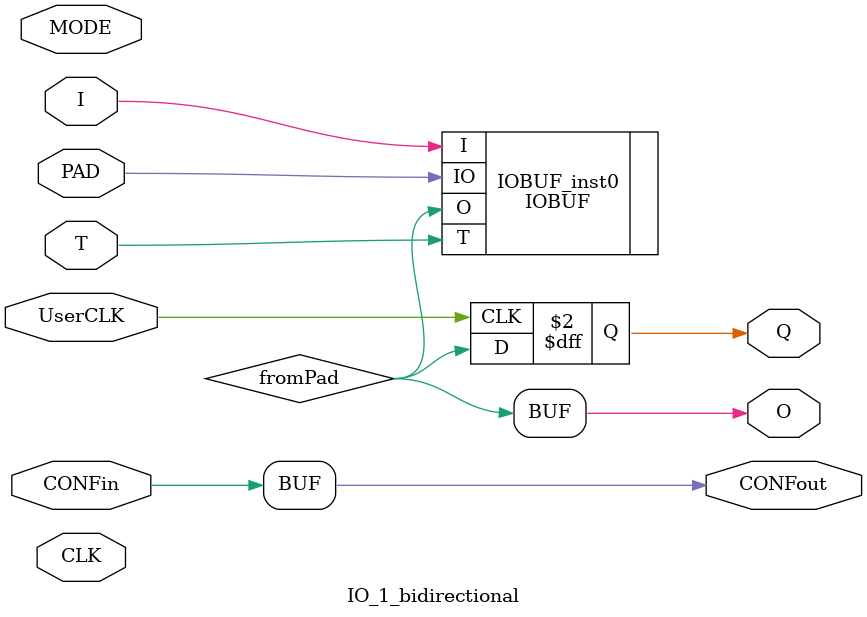
<source format=v>


module IO_1_bidirectional (I, T, O, Q, PAD, UserCLK, MODE, CONFin, CONFout, CLK);
	// parameter LUT_SIZE = 4;	
	// Pin0
	input I; // from fabric to external pin
	input T; // tristate control
	output O; // from external pin to fabric
	output Q; // from external pin to fabric (registered)
	inout PAD; // EXTERNAL has to ge to top-level entity not the switch matrix
	// Tile IO ports from BELs
	input UserCLK; // EXTERNAL // SHARED_PORT // ## the EXTERNAL keyword will send this signal all the way to top and the //SHARED Allows multiple BELs using the same port (e.g. for exporting a clock to the top)
	// GLOBAL all primitive pins that are connected to the switch matrix have to go before the GLOBAL label
	input MODE; // 1 configuration, 0 action
	input CONFin;
	output CONFout;
	input CLK;

//                        _____
//    I////-T_DRIVER////->|PAD|//+//////-> O
//              |         ////-  |
//    T////////-+                +//>FF//> Q

// I am instantiating an IOBUF primitive.
// However, it is possible to connect corresponding pins all the way to top, just by adding an "// EXTERNAL" comment (see PAD in the entity)
	reg Q;
	wire fromPad;

	assign CONFout = CONFin;

// Slice outputs
	assign O = fromPad;

	always @ (posedge UserCLK)
	begin
		Q <= fromPad;
	end

	IOBUF IOBUF_inst0 (
	.O(fromPad),// 1-bit output: Buffer output
	.I(I),// 1-bit input: Buffer input
	.IO(PAD),// 1-bit inout: Buffer inout (connect directly to top-level port)
	.T(T)// 1-bit input: 3-state enable input
	);

endmodule

</source>
